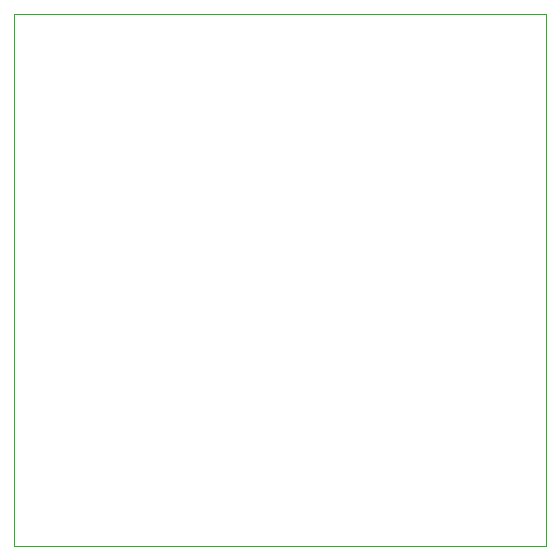
<source format=gm1>
G04 MADE WITH FRITZING*
G04 WWW.FRITZING.ORG*
G04 DOUBLE SIDED*
G04 HOLES PLATED*
G04 CONTOUR ON CENTER OF CONTOUR VECTOR*
%ASAXBY*%
%FSLAX23Y23*%
%MOIN*%
%OFA0B0*%
%SFA1.0B1.0*%
%ADD10R,1.776688X1.776688*%
%ADD11C,0.003908*%
%ADD10C,0.008*%
%LNCONTOUR*%
G90*
G70*
G54D10*
G54D11*
X0Y1773D02*
X1773Y1773D01*
X1773Y0D01*
X0Y0D01*
X0Y1773D01*
D02*
G04 End of contour*
M02*
</source>
